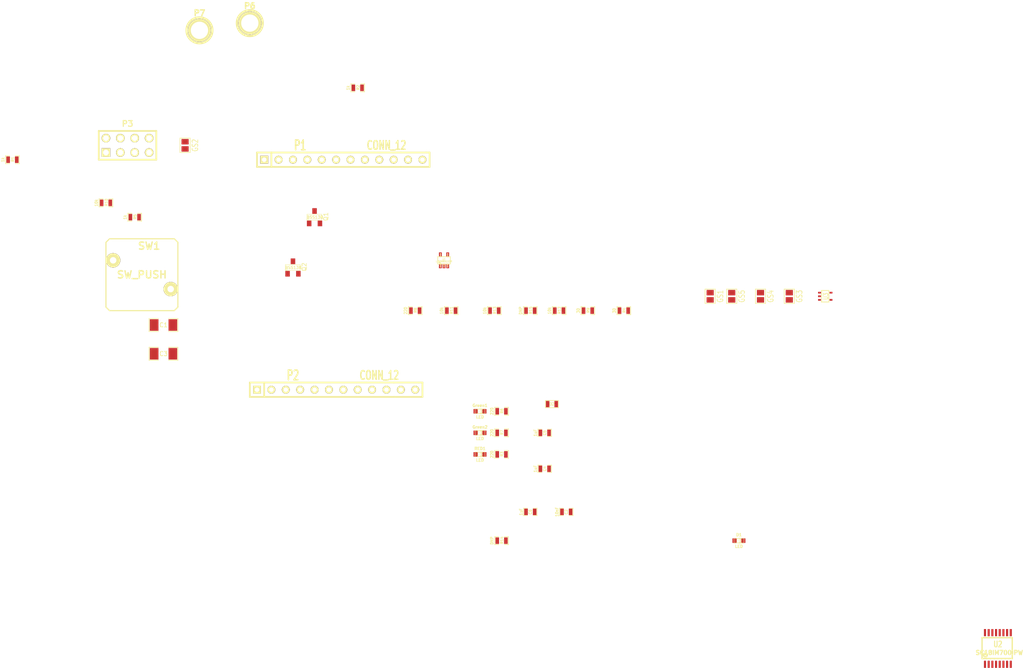
<source format=kicad_pcb>
(kicad_pcb (version 3) (host pcbnew "(2013-07-07 BZR 4022)-stable")

  (general
    (links 73)
    (no_connects 73)
    (area 0 0 0 0)
    (thickness 1.6)
    (drawings 0)
    (tracks 0)
    (zones 0)
    (modules 42)
    (nets 49)
  )

  (page A3)
  (layers
    (15 F.Cu signal)
    (0 B.Cu signal)
    (16 B.Adhes user)
    (17 F.Adhes user)
    (18 B.Paste user)
    (19 F.Paste user)
    (20 B.SilkS user)
    (21 F.SilkS user)
    (22 B.Mask user)
    (23 F.Mask user)
    (24 Dwgs.User user)
    (25 Cmts.User user)
    (26 Eco1.User user)
    (27 Eco2.User user)
    (28 Edge.Cuts user)
  )

  (setup
    (last_trace_width 0.254)
    (trace_clearance 0.254)
    (zone_clearance 0.508)
    (zone_45_only no)
    (trace_min 0.254)
    (segment_width 0.2)
    (edge_width 0.1)
    (via_size 0.889)
    (via_drill 0.635)
    (via_min_size 0.889)
    (via_min_drill 0.508)
    (uvia_size 0.508)
    (uvia_drill 0.127)
    (uvias_allowed no)
    (uvia_min_size 0.508)
    (uvia_min_drill 0.127)
    (pcb_text_width 0.3)
    (pcb_text_size 1.5 1.5)
    (mod_edge_width 0.15)
    (mod_text_size 1 1)
    (mod_text_width 0.15)
    (pad_size 1.5 1.5)
    (pad_drill 0.6)
    (pad_to_mask_clearance 0)
    (aux_axis_origin 0 0)
    (visible_elements FFFFFBBF)
    (pcbplotparams
      (layerselection 3178497)
      (usegerberextensions true)
      (excludeedgelayer true)
      (linewidth 0.150000)
      (plotframeref false)
      (viasonmask false)
      (mode 1)
      (useauxorigin false)
      (hpglpennumber 1)
      (hpglpenspeed 20)
      (hpglpendiameter 15)
      (hpglpenoverlay 2)
      (psnegative false)
      (psa4output false)
      (plotreference true)
      (plotvalue true)
      (plotothertext true)
      (plotinvisibletext false)
      (padsonsilk false)
      (subtractmaskfromsilk false)
      (outputformat 1)
      (mirror false)
      (drillshape 1)
      (scaleselection 1)
      (outputdirectory ""))
  )

  (net 0 "")
  (net 1 +3.3V)
  (net 2 //CTS)
  (net 3 //DTR)
  (net 4 //RST)
  (net 5 //RTS)
  (net 6 /AD0)
  (net 7 /AD1)
  (net 8 /AD2)
  (net 9 /AD3)
  (net 10 /AD4)
  (net 11 /AD5)
  (net 12 /CTS)
  (net 13 /CTSO)
  (net 14 /DO8)
  (net 15 /DTR)
  (net 16 /GPIO0)
  (net 17 /GPIO1)
  (net 18 /GPIO2)
  (net 19 /GPIO3)
  (net 20 /GPIO4)
  (net 21 /GPIO5)
  (net 22 /GPIO6)
  (net 23 /I2CREST)
  (net 24 /ON)
  (net 25 /PWM1)
  (net 26 /RSSI)
  (net 27 /RxI)
  (net 28 /RxI2C)
  (net 29 /RxXB)
  (net 30 /SCL)
  (net 31 /SDA)
  (net 32 /Tx)
  (net 33 /TxI2C)
  (net 34 /TxO)
  (net 35 /TxXB)
  (net 36 /Vref)
  (net 37 /WAKE)
  (net 38 GND)
  (net 39 N-0000011)
  (net 40 N-0000048)
  (net 41 N-0000049)
  (net 42 N-0000051)
  (net 43 N-0000052)
  (net 44 N-0000055)
  (net 45 N-0000056)
  (net 46 N-0000057)
  (net 47 N-0000058)
  (net 48 VCC)

  (net_class Default "This is the default net class."
    (clearance 0.254)
    (trace_width 0.254)
    (via_dia 0.889)
    (via_drill 0.635)
    (uvia_dia 0.508)
    (uvia_drill 0.127)
    (add_net "")
    (add_net +3.3V)
    (add_net //CTS)
    (add_net //DTR)
    (add_net //RST)
    (add_net //RTS)
    (add_net /AD0)
    (add_net /AD1)
    (add_net /AD2)
    (add_net /AD3)
    (add_net /AD4)
    (add_net /AD5)
    (add_net /CTS)
    (add_net /CTSO)
    (add_net /DO8)
    (add_net /DTR)
    (add_net /GPIO0)
    (add_net /GPIO1)
    (add_net /GPIO2)
    (add_net /GPIO3)
    (add_net /GPIO4)
    (add_net /GPIO5)
    (add_net /GPIO6)
    (add_net /I2CREST)
    (add_net /ON)
    (add_net /PWM1)
    (add_net /RSSI)
    (add_net /RxI)
    (add_net /RxI2C)
    (add_net /RxXB)
    (add_net /SCL)
    (add_net /SDA)
    (add_net /Tx)
    (add_net /TxI2C)
    (add_net /TxO)
    (add_net /TxXB)
    (add_net /Vref)
    (add_net /WAKE)
    (add_net GND)
    (add_net N-0000011)
    (add_net N-0000048)
    (add_net N-0000049)
    (add_net N-0000051)
    (add_net N-0000052)
    (add_net N-0000055)
    (add_net N-0000056)
    (add_net N-0000057)
    (add_net N-0000058)
    (add_net VCC)
  )

  (module SW_PUSH (layer F.Cu) (tedit 3F9504DA) (tstamp 53F04168)
    (at -38.1 -2.54)
    (descr "Bouton poussoir")
    (tags "SWITCH DEV")
    (path /53EFD3C7)
    (autoplace_cost180 10)
    (fp_text reference SW1 (at 1.27 -5.08) (layer F.SilkS)
      (effects (font (size 1.27 1.27) (thickness 0.254)))
    )
    (fp_text value SW_PUSH (at 0 0) (layer F.SilkS)
      (effects (font (size 1.27 1.27) (thickness 0.254)))
    )
    (fp_line (start 6.35 -5.715) (end 6.35 5.715) (layer F.SilkS) (width 0.2032))
    (fp_line (start 6.35 5.715) (end 5.715 6.35) (layer F.SilkS) (width 0.2032))
    (fp_line (start 5.715 6.35) (end -5.715 6.35) (layer F.SilkS) (width 0.2032))
    (fp_line (start -5.715 6.35) (end -6.35 5.715) (layer F.SilkS) (width 0.2032))
    (fp_line (start -6.35 5.715) (end -6.35 -5.715) (layer F.SilkS) (width 0.2032))
    (fp_line (start -5.715 -6.35) (end 5.715 -6.35) (layer F.SilkS) (width 0.2032))
    (fp_line (start 5.715 -6.35) (end 6.35 -5.715) (layer F.SilkS) (width 0.2032))
    (fp_line (start -6.35 -5.715) (end -5.715 -6.35) (layer F.SilkS) (width 0.2032))
    (pad 1 thru_hole circle (at -5.08 -2.54) (size 2.54 2.54) (drill 1.143)
      (layers *.Cu *.Mask F.SilkS)
      (net 23 /I2CREST)
    )
    (pad 2 thru_hole circle (at 5.08 2.54) (size 2.54 2.54) (drill 1.143)
      (layers *.Cu *.Mask F.SilkS)
      (net 38 GND)
    )
    (model device/switch_push.wrl
      (at (xyz 0 0 0))
      (scale (xyz 1 1 1))
      (rotate (xyz 0 0 0))
    )
  )

  (module SM1206 (layer F.Cu) (tedit 42806E24) (tstamp 53F04174)
    (at -34.29 11.43)
    (path /53E84B29)
    (attr smd)
    (fp_text reference C3 (at 0 0) (layer F.SilkS)
      (effects (font (size 0.762 0.762) (thickness 0.127)))
    )
    (fp_text value 10uF (at 0 0) (layer F.SilkS) hide
      (effects (font (size 0.762 0.762) (thickness 0.127)))
    )
    (fp_line (start -2.54 -1.143) (end -2.54 1.143) (layer F.SilkS) (width 0.127))
    (fp_line (start -2.54 1.143) (end -0.889 1.143) (layer F.SilkS) (width 0.127))
    (fp_line (start 0.889 -1.143) (end 2.54 -1.143) (layer F.SilkS) (width 0.127))
    (fp_line (start 2.54 -1.143) (end 2.54 1.143) (layer F.SilkS) (width 0.127))
    (fp_line (start 2.54 1.143) (end 0.889 1.143) (layer F.SilkS) (width 0.127))
    (fp_line (start -0.889 -1.143) (end -2.54 -1.143) (layer F.SilkS) (width 0.127))
    (pad 1 smd rect (at -1.651 0) (size 1.524 2.032)
      (layers F.Cu F.Paste F.Mask)
    )
    (pad 2 smd rect (at 1.651 0) (size 1.524 2.032)
      (layers F.Cu F.Paste F.Mask)
      (net 38 GND)
    )
    (model smd/chip_cms.wrl
      (at (xyz 0 0 0))
      (scale (xyz 0.17 0.16 0.16))
      (rotate (xyz 0 0 0))
    )
  )

  (module SM1206 (layer F.Cu) (tedit 42806E24) (tstamp 53F04180)
    (at -34.29 6.35)
    (path /53E84BAF)
    (attr smd)
    (fp_text reference C1 (at 0 0) (layer F.SilkS)
      (effects (font (size 0.762 0.762) (thickness 0.127)))
    )
    (fp_text value 10uF (at 0 0) (layer F.SilkS) hide
      (effects (font (size 0.762 0.762) (thickness 0.127)))
    )
    (fp_line (start -2.54 -1.143) (end -2.54 1.143) (layer F.SilkS) (width 0.127))
    (fp_line (start -2.54 1.143) (end -0.889 1.143) (layer F.SilkS) (width 0.127))
    (fp_line (start 0.889 -1.143) (end 2.54 -1.143) (layer F.SilkS) (width 0.127))
    (fp_line (start 2.54 -1.143) (end 2.54 1.143) (layer F.SilkS) (width 0.127))
    (fp_line (start 2.54 1.143) (end 0.889 1.143) (layer F.SilkS) (width 0.127))
    (fp_line (start -0.889 -1.143) (end -2.54 -1.143) (layer F.SilkS) (width 0.127))
    (pad 1 smd rect (at -1.651 0) (size 1.524 2.032)
      (layers F.Cu F.Paste F.Mask)
      (net 48 VCC)
    )
    (pad 2 smd rect (at 1.651 0) (size 1.524 2.032)
      (layers F.Cu F.Paste F.Mask)
      (net 38 GND)
    )
    (model smd/chip_cms.wrl
      (at (xyz 0 0 0))
      (scale (xyz 0.17 0.16 0.16))
      (rotate (xyz 0 0 0))
    )
  )

  (module SM0603_Resistor (layer F.Cu) (tedit 5051B21B) (tstamp 53F0418C)
    (at -44.45 -15.24)
    (path /53EFB176)
    (attr smd)
    (fp_text reference R10 (at 0.0635 -0.0635 90) (layer F.SilkS)
      (effects (font (size 0.50038 0.4572) (thickness 0.1143)))
    )
    (fp_text value 10k (at -1.69926 0 90) (layer F.SilkS)
      (effects (font (size 0.508 0.4572) (thickness 0.1143)))
    )
    (fp_line (start -0.50038 -0.6985) (end -1.2065 -0.6985) (layer F.SilkS) (width 0.127))
    (fp_line (start -1.2065 -0.6985) (end -1.2065 0.6985) (layer F.SilkS) (width 0.127))
    (fp_line (start -1.2065 0.6985) (end -0.50038 0.6985) (layer F.SilkS) (width 0.127))
    (fp_line (start 1.2065 -0.6985) (end 0.50038 -0.6985) (layer F.SilkS) (width 0.127))
    (fp_line (start 1.2065 -0.6985) (end 1.2065 0.6985) (layer F.SilkS) (width 0.127))
    (fp_line (start 1.2065 0.6985) (end 0.50038 0.6985) (layer F.SilkS) (width 0.127))
    (pad 1 smd rect (at -0.762 0) (size 0.635 1.143)
      (layers F.Cu F.Paste F.Mask)
      (net 1 +3.3V)
    )
    (pad 2 smd rect (at 0.762 0) (size 0.635 1.143)
      (layers F.Cu F.Paste F.Mask)
    )
    (model smd\resistors\R0603.wrl
      (at (xyz 0 0 0.001))
      (scale (xyz 0.5 0.5 0.5))
      (rotate (xyz 0 0 0))
    )
  )

  (module SM0603_Resistor (layer F.Cu) (tedit 5051B21B) (tstamp 53F04198)
    (at 25.4 25.4)
    (path /53EAFC10)
    (attr smd)
    (fp_text reference R7 (at 0.0635 -0.0635 90) (layer F.SilkS)
      (effects (font (size 0.50038 0.4572) (thickness 0.1143)))
    )
    (fp_text value 220 (at -1.69926 0 90) (layer F.SilkS)
      (effects (font (size 0.508 0.4572) (thickness 0.1143)))
    )
    (fp_line (start -0.50038 -0.6985) (end -1.2065 -0.6985) (layer F.SilkS) (width 0.127))
    (fp_line (start -1.2065 -0.6985) (end -1.2065 0.6985) (layer F.SilkS) (width 0.127))
    (fp_line (start -1.2065 0.6985) (end -0.50038 0.6985) (layer F.SilkS) (width 0.127))
    (fp_line (start 1.2065 -0.6985) (end 0.50038 -0.6985) (layer F.SilkS) (width 0.127))
    (fp_line (start 1.2065 -0.6985) (end 1.2065 0.6985) (layer F.SilkS) (width 0.127))
    (fp_line (start 1.2065 0.6985) (end 0.50038 0.6985) (layer F.SilkS) (width 0.127))
    (pad 1 smd rect (at -0.762 0) (size 0.635 1.143)
      (layers F.Cu F.Paste F.Mask)
      (net 46 N-0000057)
    )
    (pad 2 smd rect (at 0.762 0) (size 0.635 1.143)
      (layers F.Cu F.Paste F.Mask)
      (net 33 /TxI2C)
    )
    (model smd\resistors\R0603.wrl
      (at (xyz 0 0 0.001))
      (scale (xyz 0.5 0.5 0.5))
      (rotate (xyz 0 0 0))
    )
  )

  (module SM0603_Resistor (layer F.Cu) (tedit 5051B21B) (tstamp 53F041A4)
    (at -60.96 -22.86)
    (path /53EB8196)
    (attr smd)
    (fp_text reference R1 (at 0.0635 -0.0635 90) (layer F.SilkS)
      (effects (font (size 0.50038 0.4572) (thickness 0.1143)))
    )
    (fp_text value 1k (at -1.69926 0 90) (layer F.SilkS)
      (effects (font (size 0.508 0.4572) (thickness 0.1143)))
    )
    (fp_line (start -0.50038 -0.6985) (end -1.2065 -0.6985) (layer F.SilkS) (width 0.127))
    (fp_line (start -1.2065 -0.6985) (end -1.2065 0.6985) (layer F.SilkS) (width 0.127))
    (fp_line (start -1.2065 0.6985) (end -0.50038 0.6985) (layer F.SilkS) (width 0.127))
    (fp_line (start 1.2065 -0.6985) (end 0.50038 -0.6985) (layer F.SilkS) (width 0.127))
    (fp_line (start 1.2065 -0.6985) (end 1.2065 0.6985) (layer F.SilkS) (width 0.127))
    (fp_line (start 1.2065 0.6985) (end 0.50038 0.6985) (layer F.SilkS) (width 0.127))
    (pad 1 smd rect (at -0.762 0) (size 0.635 1.143)
      (layers F.Cu F.Paste F.Mask)
    )
    (pad 2 smd rect (at 0.762 0) (size 0.635 1.143)
      (layers F.Cu F.Paste F.Mask)
      (net 31 /SDA)
    )
    (model smd\resistors\R0603.wrl
      (at (xyz 0 0 0.001))
      (scale (xyz 0.5 0.5 0.5))
      (rotate (xyz 0 0 0))
    )
  )

  (module SM0603_Resistor (layer F.Cu) (tedit 5051B21B) (tstamp 53F041B0)
    (at 0 -35.56)
    (path /53EB81A5)
    (attr smd)
    (fp_text reference R2 (at 0.0635 -0.0635 90) (layer F.SilkS)
      (effects (font (size 0.50038 0.4572) (thickness 0.1143)))
    )
    (fp_text value 1k (at -1.69926 0 90) (layer F.SilkS)
      (effects (font (size 0.508 0.4572) (thickness 0.1143)))
    )
    (fp_line (start -0.50038 -0.6985) (end -1.2065 -0.6985) (layer F.SilkS) (width 0.127))
    (fp_line (start -1.2065 -0.6985) (end -1.2065 0.6985) (layer F.SilkS) (width 0.127))
    (fp_line (start -1.2065 0.6985) (end -0.50038 0.6985) (layer F.SilkS) (width 0.127))
    (fp_line (start 1.2065 -0.6985) (end 0.50038 -0.6985) (layer F.SilkS) (width 0.127))
    (fp_line (start 1.2065 -0.6985) (end 1.2065 0.6985) (layer F.SilkS) (width 0.127))
    (fp_line (start 1.2065 0.6985) (end 0.50038 0.6985) (layer F.SilkS) (width 0.127))
    (pad 1 smd rect (at -0.762 0) (size 0.635 1.143)
      (layers F.Cu F.Paste F.Mask)
    )
    (pad 2 smd rect (at 0.762 0) (size 0.635 1.143)
      (layers F.Cu F.Paste F.Mask)
      (net 30 /SCL)
    )
    (model smd\resistors\R0603.wrl
      (at (xyz 0 0 0.001))
      (scale (xyz 0.5 0.5 0.5))
      (rotate (xyz 0 0 0))
    )
  )

  (module SM0603_Resistor (layer F.Cu) (tedit 5051B21B) (tstamp 53F041BC)
    (at 25.4 44.45)
    (path /53EB8DA3)
    (attr smd)
    (fp_text reference R14 (at 0.0635 -0.0635 90) (layer F.SilkS)
      (effects (font (size 0.50038 0.4572) (thickness 0.1143)))
    )
    (fp_text value DNP (at -1.69926 0 90) (layer F.SilkS)
      (effects (font (size 0.508 0.4572) (thickness 0.1143)))
    )
    (fp_line (start -0.50038 -0.6985) (end -1.2065 -0.6985) (layer F.SilkS) (width 0.127))
    (fp_line (start -1.2065 -0.6985) (end -1.2065 0.6985) (layer F.SilkS) (width 0.127))
    (fp_line (start -1.2065 0.6985) (end -0.50038 0.6985) (layer F.SilkS) (width 0.127))
    (fp_line (start 1.2065 -0.6985) (end 0.50038 -0.6985) (layer F.SilkS) (width 0.127))
    (fp_line (start 1.2065 -0.6985) (end 1.2065 0.6985) (layer F.SilkS) (width 0.127))
    (fp_line (start 1.2065 0.6985) (end 0.50038 0.6985) (layer F.SilkS) (width 0.127))
    (pad 1 smd rect (at -0.762 0) (size 0.635 1.143)
      (layers F.Cu F.Paste F.Mask)
      (net 1 +3.3V)
    )
    (pad 2 smd rect (at 0.762 0) (size 0.635 1.143)
      (layers F.Cu F.Paste F.Mask)
      (net 36 /Vref)
    )
    (model smd\resistors\R0603.wrl
      (at (xyz 0 0 0.001))
      (scale (xyz 0.5 0.5 0.5))
      (rotate (xyz 0 0 0))
    )
  )

  (module SM0603_Resistor (layer F.Cu) (tedit 5051B21B) (tstamp 53F041C8)
    (at 10.16 3.81)
    (path /53EB9588)
    (attr smd)
    (fp_text reference R8 (at 0.0635 -0.0635 90) (layer F.SilkS)
      (effects (font (size 0.50038 0.4572) (thickness 0.1143)))
    )
    (fp_text value 220 (at -1.69926 0 90) (layer F.SilkS)
      (effects (font (size 0.508 0.4572) (thickness 0.1143)))
    )
    (fp_line (start -0.50038 -0.6985) (end -1.2065 -0.6985) (layer F.SilkS) (width 0.127))
    (fp_line (start -1.2065 -0.6985) (end -1.2065 0.6985) (layer F.SilkS) (width 0.127))
    (fp_line (start -1.2065 0.6985) (end -0.50038 0.6985) (layer F.SilkS) (width 0.127))
    (fp_line (start 1.2065 -0.6985) (end 0.50038 -0.6985) (layer F.SilkS) (width 0.127))
    (fp_line (start 1.2065 -0.6985) (end 1.2065 0.6985) (layer F.SilkS) (width 0.127))
    (fp_line (start 1.2065 0.6985) (end 0.50038 0.6985) (layer F.SilkS) (width 0.127))
    (pad 1 smd rect (at -0.762 0) (size 0.635 1.143)
      (layers F.Cu F.Paste F.Mask)
      (net 43 N-0000052)
    )
    (pad 2 smd rect (at 0.762 0) (size 0.635 1.143)
      (layers F.Cu F.Paste F.Mask)
      (net 38 GND)
    )
    (model smd\resistors\R0603.wrl
      (at (xyz 0 0 0.001))
      (scale (xyz 0.5 0.5 0.5))
      (rotate (xyz 0 0 0))
    )
  )

  (module SM0603_Resistor (layer F.Cu) (tedit 5051B21B) (tstamp 53F041D4)
    (at 16.51 3.81)
    (path /53EFB110)
    (attr smd)
    (fp_text reference R11 (at 0.0635 -0.0635 90) (layer F.SilkS)
      (effects (font (size 0.50038 0.4572) (thickness 0.1143)))
    )
    (fp_text value 10k (at -1.69926 0 90) (layer F.SilkS)
      (effects (font (size 0.508 0.4572) (thickness 0.1143)))
    )
    (fp_line (start -0.50038 -0.6985) (end -1.2065 -0.6985) (layer F.SilkS) (width 0.127))
    (fp_line (start -1.2065 -0.6985) (end -1.2065 0.6985) (layer F.SilkS) (width 0.127))
    (fp_line (start -1.2065 0.6985) (end -0.50038 0.6985) (layer F.SilkS) (width 0.127))
    (fp_line (start 1.2065 -0.6985) (end 0.50038 -0.6985) (layer F.SilkS) (width 0.127))
    (fp_line (start 1.2065 -0.6985) (end 1.2065 0.6985) (layer F.SilkS) (width 0.127))
    (fp_line (start 1.2065 0.6985) (end 0.50038 0.6985) (layer F.SilkS) (width 0.127))
    (pad 1 smd rect (at -0.762 0) (size 0.635 1.143)
      (layers F.Cu F.Paste F.Mask)
      (net 48 VCC)
    )
    (pad 2 smd rect (at 0.762 0) (size 0.635 1.143)
      (layers F.Cu F.Paste F.Mask)
    )
    (model smd\resistors\R0603.wrl
      (at (xyz 0 0 0.001))
      (scale (xyz 0.5 0.5 0.5))
      (rotate (xyz 0 0 0))
    )
  )

  (module SM0603_Resistor (layer F.Cu) (tedit 5051B21B) (tstamp 53F041E0)
    (at 30.48 3.81)
    (path /53EB8EE5)
    (attr smd)
    (fp_text reference R15 (at 0.0635 -0.0635 90) (layer F.SilkS)
      (effects (font (size 0.50038 0.4572) (thickness 0.1143)))
    )
    (fp_text value DNP (at -1.69926 0 90) (layer F.SilkS)
      (effects (font (size 0.508 0.4572) (thickness 0.1143)))
    )
    (fp_line (start -0.50038 -0.6985) (end -1.2065 -0.6985) (layer F.SilkS) (width 0.127))
    (fp_line (start -1.2065 -0.6985) (end -1.2065 0.6985) (layer F.SilkS) (width 0.127))
    (fp_line (start -1.2065 0.6985) (end -0.50038 0.6985) (layer F.SilkS) (width 0.127))
    (fp_line (start 1.2065 -0.6985) (end 0.50038 -0.6985) (layer F.SilkS) (width 0.127))
    (fp_line (start 1.2065 -0.6985) (end 1.2065 0.6985) (layer F.SilkS) (width 0.127))
    (fp_line (start 1.2065 0.6985) (end 0.50038 0.6985) (layer F.SilkS) (width 0.127))
    (pad 1 smd rect (at -0.762 0) (size 0.635 1.143)
      (layers F.Cu F.Paste F.Mask)
      (net 36 /Vref)
    )
    (pad 2 smd rect (at 0.762 0) (size 0.635 1.143)
      (layers F.Cu F.Paste F.Mask)
      (net 38 GND)
    )
    (model smd\resistors\R0603.wrl
      (at (xyz 0 0 0.001))
      (scale (xyz 0.5 0.5 0.5))
      (rotate (xyz 0 0 0))
    )
  )

  (module SM0603_Resistor (layer F.Cu) (tedit 5051B21B) (tstamp 53F041EC)
    (at 24.13 3.81)
    (path /53EFC3A3)
    (attr smd)
    (fp_text reference R13 (at 0.0635 -0.0635 90) (layer F.SilkS)
      (effects (font (size 0.50038 0.4572) (thickness 0.1143)))
    )
    (fp_text value 10k (at -1.69926 0 90) (layer F.SilkS)
      (effects (font (size 0.508 0.4572) (thickness 0.1143)))
    )
    (fp_line (start -0.50038 -0.6985) (end -1.2065 -0.6985) (layer F.SilkS) (width 0.127))
    (fp_line (start -1.2065 -0.6985) (end -1.2065 0.6985) (layer F.SilkS) (width 0.127))
    (fp_line (start -1.2065 0.6985) (end -0.50038 0.6985) (layer F.SilkS) (width 0.127))
    (fp_line (start 1.2065 -0.6985) (end 0.50038 -0.6985) (layer F.SilkS) (width 0.127))
    (fp_line (start 1.2065 -0.6985) (end 1.2065 0.6985) (layer F.SilkS) (width 0.127))
    (fp_line (start 1.2065 0.6985) (end 0.50038 0.6985) (layer F.SilkS) (width 0.127))
    (pad 1 smd rect (at -0.762 0) (size 0.635 1.143)
      (layers F.Cu F.Paste F.Mask)
      (net 48 VCC)
    )
    (pad 2 smd rect (at 0.762 0) (size 0.635 1.143)
      (layers F.Cu F.Paste F.Mask)
    )
    (model smd\resistors\R0603.wrl
      (at (xyz 0 0 0.001))
      (scale (xyz 0.5 0.5 0.5))
      (rotate (xyz 0 0 0))
    )
  )

  (module SM0603_Resistor (layer F.Cu) (tedit 5051B21B) (tstamp 53F041F8)
    (at 35.56 3.81)
    (path /53EFC3AA)
    (attr smd)
    (fp_text reference R12 (at 0.0635 -0.0635 90) (layer F.SilkS)
      (effects (font (size 0.50038 0.4572) (thickness 0.1143)))
    )
    (fp_text value 10k (at -1.69926 0 90) (layer F.SilkS)
      (effects (font (size 0.508 0.4572) (thickness 0.1143)))
    )
    (fp_line (start -0.50038 -0.6985) (end -1.2065 -0.6985) (layer F.SilkS) (width 0.127))
    (fp_line (start -1.2065 -0.6985) (end -1.2065 0.6985) (layer F.SilkS) (width 0.127))
    (fp_line (start -1.2065 0.6985) (end -0.50038 0.6985) (layer F.SilkS) (width 0.127))
    (fp_line (start 1.2065 -0.6985) (end 0.50038 -0.6985) (layer F.SilkS) (width 0.127))
    (fp_line (start 1.2065 -0.6985) (end 1.2065 0.6985) (layer F.SilkS) (width 0.127))
    (fp_line (start 1.2065 0.6985) (end 0.50038 0.6985) (layer F.SilkS) (width 0.127))
    (pad 1 smd rect (at -0.762 0) (size 0.635 1.143)
      (layers F.Cu F.Paste F.Mask)
      (net 1 +3.3V)
    )
    (pad 2 smd rect (at 0.762 0) (size 0.635 1.143)
      (layers F.Cu F.Paste F.Mask)
    )
    (model smd\resistors\R0603.wrl
      (at (xyz 0 0 0.001))
      (scale (xyz 0.5 0.5 0.5))
      (rotate (xyz 0 0 0))
    )
  )

  (module SM0603_Resistor (layer F.Cu) (tedit 5051B21B) (tstamp 53F04204)
    (at 25.4 21.59)
    (path /53EAFBFE)
    (attr smd)
    (fp_text reference R6 (at 0.0635 -0.0635 90) (layer F.SilkS)
      (effects (font (size 0.50038 0.4572) (thickness 0.1143)))
    )
    (fp_text value 220 (at -1.69926 0 90) (layer F.SilkS)
      (effects (font (size 0.508 0.4572) (thickness 0.1143)))
    )
    (fp_line (start -0.50038 -0.6985) (end -1.2065 -0.6985) (layer F.SilkS) (width 0.127))
    (fp_line (start -1.2065 -0.6985) (end -1.2065 0.6985) (layer F.SilkS) (width 0.127))
    (fp_line (start -1.2065 0.6985) (end -0.50038 0.6985) (layer F.SilkS) (width 0.127))
    (fp_line (start 1.2065 -0.6985) (end 0.50038 -0.6985) (layer F.SilkS) (width 0.127))
    (fp_line (start 1.2065 -0.6985) (end 1.2065 0.6985) (layer F.SilkS) (width 0.127))
    (fp_line (start 1.2065 0.6985) (end 0.50038 0.6985) (layer F.SilkS) (width 0.127))
    (pad 1 smd rect (at -0.762 0) (size 0.635 1.143)
      (layers F.Cu F.Paste F.Mask)
      (net 47 N-0000058)
    )
    (pad 2 smd rect (at 0.762 0) (size 0.635 1.143)
      (layers F.Cu F.Paste F.Mask)
      (net 28 /RxI2C)
    )
    (model smd\resistors\R0603.wrl
      (at (xyz 0 0 0.001))
      (scale (xyz 0.5 0.5 0.5))
      (rotate (xyz 0 0 0))
    )
  )

  (module SM0603_Resistor (layer F.Cu) (tedit 5051B21B) (tstamp 53F04210)
    (at 40.64 3.81)
    (path /53EAF314)
    (attr smd)
    (fp_text reference R9 (at 0.0635 -0.0635 90) (layer F.SilkS)
      (effects (font (size 0.50038 0.4572) (thickness 0.1143)))
    )
    (fp_text value 30 (at -1.69926 0 90) (layer F.SilkS)
      (effects (font (size 0.508 0.4572) (thickness 0.1143)))
    )
    (fp_line (start -0.50038 -0.6985) (end -1.2065 -0.6985) (layer F.SilkS) (width 0.127))
    (fp_line (start -1.2065 -0.6985) (end -1.2065 0.6985) (layer F.SilkS) (width 0.127))
    (fp_line (start -1.2065 0.6985) (end -0.50038 0.6985) (layer F.SilkS) (width 0.127))
    (fp_line (start 1.2065 -0.6985) (end 0.50038 -0.6985) (layer F.SilkS) (width 0.127))
    (fp_line (start 1.2065 -0.6985) (end 1.2065 0.6985) (layer F.SilkS) (width 0.127))
    (fp_line (start 1.2065 0.6985) (end 0.50038 0.6985) (layer F.SilkS) (width 0.127))
    (pad 1 smd rect (at -0.762 0) (size 0.635 1.143)
      (layers F.Cu F.Paste F.Mask)
      (net 29 /RxXB)
    )
    (pad 2 smd rect (at 0.762 0) (size 0.635 1.143)
      (layers F.Cu F.Paste F.Mask)
      (net 40 N-0000048)
    )
    (model smd\resistors\R0603.wrl
      (at (xyz 0 0 0.001))
      (scale (xyz 0.5 0.5 0.5))
      (rotate (xyz 0 0 0))
    )
  )

  (module SM0603_Resistor (layer F.Cu) (tedit 5051B21B) (tstamp 53F0421C)
    (at 46.99 3.81)
    (path /53EAF295)
    (attr smd)
    (fp_text reference R4 (at 0.0635 -0.0635 90) (layer F.SilkS)
      (effects (font (size 0.50038 0.4572) (thickness 0.1143)))
    )
    (fp_text value 30 (at -1.69926 0 90) (layer F.SilkS)
      (effects (font (size 0.508 0.4572) (thickness 0.1143)))
    )
    (fp_line (start -0.50038 -0.6985) (end -1.2065 -0.6985) (layer F.SilkS) (width 0.127))
    (fp_line (start -1.2065 -0.6985) (end -1.2065 0.6985) (layer F.SilkS) (width 0.127))
    (fp_line (start -1.2065 0.6985) (end -0.50038 0.6985) (layer F.SilkS) (width 0.127))
    (fp_line (start 1.2065 -0.6985) (end 0.50038 -0.6985) (layer F.SilkS) (width 0.127))
    (fp_line (start 1.2065 -0.6985) (end 1.2065 0.6985) (layer F.SilkS) (width 0.127))
    (fp_line (start 1.2065 0.6985) (end 0.50038 0.6985) (layer F.SilkS) (width 0.127))
    (pad 1 smd rect (at -0.762 0) (size 0.635 1.143)
      (layers F.Cu F.Paste F.Mask)
      (net 45 N-0000056)
    )
    (pad 2 smd rect (at 0.762 0) (size 0.635 1.143)
      (layers F.Cu F.Paste F.Mask)
      (net 28 /RxI2C)
    )
    (model smd\resistors\R0603.wrl
      (at (xyz 0 0 0.001))
      (scale (xyz 0.5 0.5 0.5))
      (rotate (xyz 0 0 0))
    )
  )

  (module SM0603_Resistor (layer F.Cu) (tedit 5051B21B) (tstamp 53F04228)
    (at 25.4 29.21)
    (path /53EAF212)
    (attr smd)
    (fp_text reference R3 (at 0.0635 -0.0635 90) (layer F.SilkS)
      (effects (font (size 0.50038 0.4572) (thickness 0.1143)))
    )
    (fp_text value 220 (at -1.69926 0 90) (layer F.SilkS)
      (effects (font (size 0.508 0.4572) (thickness 0.1143)))
    )
    (fp_line (start -0.50038 -0.6985) (end -1.2065 -0.6985) (layer F.SilkS) (width 0.127))
    (fp_line (start -1.2065 -0.6985) (end -1.2065 0.6985) (layer F.SilkS) (width 0.127))
    (fp_line (start -1.2065 0.6985) (end -0.50038 0.6985) (layer F.SilkS) (width 0.127))
    (fp_line (start 1.2065 -0.6985) (end 0.50038 -0.6985) (layer F.SilkS) (width 0.127))
    (fp_line (start 1.2065 -0.6985) (end 1.2065 0.6985) (layer F.SilkS) (width 0.127))
    (fp_line (start 1.2065 0.6985) (end 0.50038 0.6985) (layer F.SilkS) (width 0.127))
    (pad 1 smd rect (at -0.762 0) (size 0.635 1.143)
      (layers F.Cu F.Paste F.Mask)
      (net 44 N-0000055)
    )
    (pad 2 smd rect (at 0.762 0) (size 0.635 1.143)
      (layers F.Cu F.Paste F.Mask)
      (net 38 GND)
    )
    (model smd\resistors\R0603.wrl
      (at (xyz 0 0 0.001))
      (scale (xyz 0.5 0.5 0.5))
      (rotate (xyz 0 0 0))
    )
  )

  (module SM0603_Resistor (layer F.Cu) (tedit 5051B21B) (tstamp 53F04234)
    (at -39.37 -12.7)
    (path /53E86F23)
    (attr smd)
    (fp_text reference R5 (at 0.0635 -0.0635 90) (layer F.SilkS)
      (effects (font (size 0.50038 0.4572) (thickness 0.1143)))
    )
    (fp_text value 1k (at -1.69926 0 90) (layer F.SilkS)
      (effects (font (size 0.508 0.4572) (thickness 0.1143)))
    )
    (fp_line (start -0.50038 -0.6985) (end -1.2065 -0.6985) (layer F.SilkS) (width 0.127))
    (fp_line (start -1.2065 -0.6985) (end -1.2065 0.6985) (layer F.SilkS) (width 0.127))
    (fp_line (start -1.2065 0.6985) (end -0.50038 0.6985) (layer F.SilkS) (width 0.127))
    (fp_line (start 1.2065 -0.6985) (end 0.50038 -0.6985) (layer F.SilkS) (width 0.127))
    (fp_line (start 1.2065 -0.6985) (end 1.2065 0.6985) (layer F.SilkS) (width 0.127))
    (fp_line (start 1.2065 0.6985) (end 0.50038 0.6985) (layer F.SilkS) (width 0.127))
    (pad 1 smd rect (at -0.762 0) (size 0.635 1.143)
      (layers F.Cu F.Paste F.Mask)
      (net 1 +3.3V)
    )
    (pad 2 smd rect (at 0.762 0) (size 0.635 1.143)
      (layers F.Cu F.Paste F.Mask)
      (net 37 /WAKE)
    )
    (model smd\resistors\R0603.wrl
      (at (xyz 0 0 0.001))
      (scale (xyz 0.5 0.5 0.5))
      (rotate (xyz 0 0 0))
    )
  )

  (module SM0603_Capa (layer F.Cu) (tedit 5051B1EC) (tstamp 53F04240)
    (at 33.02 25.4)
    (path /53EFDCF2)
    (attr smd)
    (fp_text reference C5 (at 0 0 90) (layer F.SilkS)
      (effects (font (size 0.508 0.4572) (thickness 0.1143)))
    )
    (fp_text value 1uF (at -1.651 0 90) (layer F.SilkS)
      (effects (font (size 0.508 0.4572) (thickness 0.1143)))
    )
    (fp_line (start 0.50038 0.65024) (end 1.19888 0.65024) (layer F.SilkS) (width 0.11938))
    (fp_line (start -0.50038 0.65024) (end -1.19888 0.65024) (layer F.SilkS) (width 0.11938))
    (fp_line (start 0.50038 -0.65024) (end 1.19888 -0.65024) (layer F.SilkS) (width 0.11938))
    (fp_line (start -1.19888 -0.65024) (end -0.50038 -0.65024) (layer F.SilkS) (width 0.11938))
    (fp_line (start 1.19888 -0.635) (end 1.19888 0.635) (layer F.SilkS) (width 0.11938))
    (fp_line (start -1.19888 0.635) (end -1.19888 -0.635) (layer F.SilkS) (width 0.11938))
    (pad 1 smd rect (at -0.762 0) (size 0.635 1.143)
      (layers F.Cu F.Paste F.Mask)
      (net 1 +3.3V)
    )
    (pad 2 smd rect (at 0.762 0) (size 0.635 1.143)
      (layers F.Cu F.Paste F.Mask)
      (net 38 GND)
    )
    (model smd\capacitors\C0603.wrl
      (at (xyz 0 0 0.001))
      (scale (xyz 0.5 0.5 0.5))
      (rotate (xyz 0 0 0))
    )
  )

  (module SM0603_Capa (layer F.Cu) (tedit 5051B1EC) (tstamp 53F0424C)
    (at 33.02 31.75)
    (path /53E84B5D)
    (attr smd)
    (fp_text reference C4 (at 0 0 90) (layer F.SilkS)
      (effects (font (size 0.508 0.4572) (thickness 0.1143)))
    )
    (fp_text value 1uF (at -1.651 0 90) (layer F.SilkS)
      (effects (font (size 0.508 0.4572) (thickness 0.1143)))
    )
    (fp_line (start 0.50038 0.65024) (end 1.19888 0.65024) (layer F.SilkS) (width 0.11938))
    (fp_line (start -0.50038 0.65024) (end -1.19888 0.65024) (layer F.SilkS) (width 0.11938))
    (fp_line (start 0.50038 -0.65024) (end 1.19888 -0.65024) (layer F.SilkS) (width 0.11938))
    (fp_line (start -1.19888 -0.65024) (end -0.50038 -0.65024) (layer F.SilkS) (width 0.11938))
    (fp_line (start 1.19888 -0.635) (end 1.19888 0.635) (layer F.SilkS) (width 0.11938))
    (fp_line (start -1.19888 0.635) (end -1.19888 -0.635) (layer F.SilkS) (width 0.11938))
    (pad 1 smd rect (at -0.762 0) (size 0.635 1.143)
      (layers F.Cu F.Paste F.Mask)
      (net 1 +3.3V)
    )
    (pad 2 smd rect (at 0.762 0) (size 0.635 1.143)
      (layers F.Cu F.Paste F.Mask)
      (net 38 GND)
    )
    (model smd\capacitors\C0603.wrl
      (at (xyz 0 0 0.001))
      (scale (xyz 0.5 0.5 0.5))
      (rotate (xyz 0 0 0))
    )
  )

  (module SM0603_Capa (layer F.Cu) (tedit 5051B1EC) (tstamp 53F04258)
    (at 36.83 39.37)
    (path /53EE661E)
    (attr smd)
    (fp_text reference C2 (at 0 0 90) (layer F.SilkS)
      (effects (font (size 0.508 0.4572) (thickness 0.1143)))
    )
    (fp_text value 10nF (at -1.651 0 90) (layer F.SilkS)
      (effects (font (size 0.508 0.4572) (thickness 0.1143)))
    )
    (fp_line (start 0.50038 0.65024) (end 1.19888 0.65024) (layer F.SilkS) (width 0.11938))
    (fp_line (start -0.50038 0.65024) (end -1.19888 0.65024) (layer F.SilkS) (width 0.11938))
    (fp_line (start 0.50038 -0.65024) (end 1.19888 -0.65024) (layer F.SilkS) (width 0.11938))
    (fp_line (start -1.19888 -0.65024) (end -0.50038 -0.65024) (layer F.SilkS) (width 0.11938))
    (fp_line (start 1.19888 -0.635) (end 1.19888 0.635) (layer F.SilkS) (width 0.11938))
    (fp_line (start -1.19888 0.635) (end -1.19888 -0.635) (layer F.SilkS) (width 0.11938))
    (pad 1 smd rect (at -0.762 0) (size 0.635 1.143)
      (layers F.Cu F.Paste F.Mask)
      (net 42 N-0000051)
    )
    (pad 2 smd rect (at 0.762 0) (size 0.635 1.143)
      (layers F.Cu F.Paste F.Mask)
      (net 38 GND)
    )
    (model smd\capacitors\C0603.wrl
      (at (xyz 0 0 0.001))
      (scale (xyz 0.5 0.5 0.5))
      (rotate (xyz 0 0 0))
    )
  )

  (module SM0603_Capa (layer F.Cu) (tedit 5051B1EC) (tstamp 53F04264)
    (at 30.48 39.37)
    (path /53EB9A2B)
    (attr smd)
    (fp_text reference C6 (at 0 0 90) (layer F.SilkS)
      (effects (font (size 0.508 0.4572) (thickness 0.1143)))
    )
    (fp_text value 1uF (at -1.651 0 90) (layer F.SilkS)
      (effects (font (size 0.508 0.4572) (thickness 0.1143)))
    )
    (fp_line (start 0.50038 0.65024) (end 1.19888 0.65024) (layer F.SilkS) (width 0.11938))
    (fp_line (start -0.50038 0.65024) (end -1.19888 0.65024) (layer F.SilkS) (width 0.11938))
    (fp_line (start 0.50038 -0.65024) (end 1.19888 -0.65024) (layer F.SilkS) (width 0.11938))
    (fp_line (start -1.19888 -0.65024) (end -0.50038 -0.65024) (layer F.SilkS) (width 0.11938))
    (fp_line (start 1.19888 -0.635) (end 1.19888 0.635) (layer F.SilkS) (width 0.11938))
    (fp_line (start -1.19888 0.635) (end -1.19888 -0.635) (layer F.SilkS) (width 0.11938))
    (pad 1 smd rect (at -0.762 0) (size 0.635 1.143)
      (layers F.Cu F.Paste F.Mask)
      (net 1 +3.3V)
    )
    (pad 2 smd rect (at 0.762 0) (size 0.635 1.143)
      (layers F.Cu F.Paste F.Mask)
      (net 38 GND)
    )
    (model smd\capacitors\C0603.wrl
      (at (xyz 0 0 0.001))
      (scale (xyz 0.5 0.5 0.5))
      (rotate (xyz 0 0 0))
    )
  )

  (module SM0603 (layer F.Cu) (tedit 4E43A3D1) (tstamp 53F0426E)
    (at 34.29 20.32)
    (path /53E947BE)
    (attr smd)
    (fp_text reference D2 (at 0 0) (layer F.SilkS)
      (effects (font (size 0.508 0.4572) (thickness 0.1143)))
    )
    (fp_text value DIODE (at 0 0) (layer F.SilkS) hide
      (effects (font (size 0.508 0.4572) (thickness 0.1143)))
    )
    (fp_line (start -1.143 -0.635) (end 1.143 -0.635) (layer F.SilkS) (width 0.127))
    (fp_line (start 1.143 -0.635) (end 1.143 0.635) (layer F.SilkS) (width 0.127))
    (fp_line (start 1.143 0.635) (end -1.143 0.635) (layer F.SilkS) (width 0.127))
    (fp_line (start -1.143 0.635) (end -1.143 -0.635) (layer F.SilkS) (width 0.127))
    (pad 1 smd rect (at -0.762 0) (size 0.635 1.143)
      (layers F.Cu F.Paste F.Mask)
      (net 41 N-0000049)
    )
    (pad 2 smd rect (at 0.762 0) (size 0.635 1.143)
      (layers F.Cu F.Paste F.Mask)
      (net 48 VCC)
    )
    (model smd\resistors\R0603.wrl
      (at (xyz 0 0 0.001))
      (scale (xyz 0.5 0.5 0.5))
      (rotate (xyz 0 0 0))
    )
  )

  (module SIL-12 (layer F.Cu) (tedit 5031D9E1) (tstamp 53F04287)
    (at -2.54 -22.86)
    (descr "Connecteur 12 pins")
    (tags "CONN DEV")
    (path /53EFB71D)
    (fp_text reference P1 (at -7.62 -2.54) (layer F.SilkS)
      (effects (font (size 1.72974 1.08712) (thickness 0.3048)))
    )
    (fp_text value CONN_12 (at 7.62 -2.54) (layer F.SilkS)
      (effects (font (size 1.524 1.016) (thickness 0.3048)))
    )
    (fp_line (start -15.24 1.27) (end -15.24 1.27) (layer F.SilkS) (width 0.3048))
    (fp_line (start -15.24 1.27) (end -15.24 -1.27) (layer F.SilkS) (width 0.3048))
    (fp_line (start -15.24 -1.27) (end 10.16 -1.27) (layer F.SilkS) (width 0.3048))
    (fp_line (start 10.16 1.27) (end -15.24 1.27) (layer F.SilkS) (width 0.3048))
    (fp_line (start -12.7 1.27) (end -12.7 -1.27) (layer F.SilkS) (width 0.3048))
    (fp_line (start 10.16 -1.27) (end 14.605 -1.27) (layer F.SilkS) (width 0.3048))
    (fp_line (start 14.605 -1.27) (end 15.24 -1.27) (layer F.SilkS) (width 0.3048))
    (fp_line (start 15.24 -1.27) (end 15.24 1.27) (layer F.SilkS) (width 0.3048))
    (fp_line (start 15.24 1.27) (end 10.16 1.27) (layer F.SilkS) (width 0.3048))
    (pad 1 thru_hole rect (at -13.97 0) (size 1.397 1.397) (drill 0.8128)
      (layers *.Cu *.Mask F.SilkS)
      (net 30 /SCL)
    )
    (pad 2 thru_hole circle (at -11.43 0) (size 1.397 1.397) (drill 0.8128)
      (layers *.Cu *.Mask F.SilkS)
      (net 31 /SDA)
    )
    (pad 3 thru_hole circle (at -8.89 0) (size 1.397 1.397) (drill 0.8128)
      (layers *.Cu *.Mask F.SilkS)
      (net 23 /I2CREST)
    )
    (pad 4 thru_hole circle (at -6.35 0) (size 1.397 1.397) (drill 0.8128)
      (layers *.Cu *.Mask F.SilkS)
      (net 37 /WAKE)
    )
    (pad 5 thru_hole circle (at -3.81 0) (size 1.397 1.397) (drill 0.8128)
      (layers *.Cu *.Mask F.SilkS)
      (net 16 /GPIO0)
    )
    (pad 6 thru_hole circle (at -1.27 0) (size 1.397 1.397) (drill 0.8128)
      (layers *.Cu *.Mask F.SilkS)
      (net 17 /GPIO1)
    )
    (pad 7 thru_hole circle (at 1.27 0) (size 1.397 1.397) (drill 0.8128)
      (layers *.Cu *.Mask F.SilkS)
      (net 18 /GPIO2)
    )
    (pad 8 thru_hole circle (at 3.81 0) (size 1.397 1.397) (drill 0.8128)
      (layers *.Cu *.Mask F.SilkS)
      (net 19 /GPIO3)
    )
    (pad 9 thru_hole circle (at 6.35 0) (size 1.397 1.397) (drill 0.8128)
      (layers *.Cu *.Mask F.SilkS)
      (net 20 /GPIO4)
    )
    (pad 10 thru_hole circle (at 8.89 0) (size 1.397 1.397) (drill 0.8128)
      (layers *.Cu *.Mask F.SilkS)
      (net 21 /GPIO5)
    )
    (pad 11 thru_hole circle (at 11.43 0) (size 1.397 1.397) (drill 0.8128)
      (layers *.Cu *.Mask F.SilkS)
      (net 22 /GPIO6)
    )
    (pad 12 thru_hole circle (at 13.97 0) (size 1.397 1.397) (drill 0.8128)
      (layers *.Cu *.Mask F.SilkS)
    )
    (model pin_array\pins_array_12x1.wrl
      (at (xyz 0 0 0))
      (scale (xyz 1 1 1))
      (rotate (xyz 0 0 0))
    )
  )

  (module SIL-12 (layer F.Cu) (tedit 5031D9E1) (tstamp 53F042A0)
    (at -3.81 17.78)
    (descr "Connecteur 12 pins")
    (tags "CONN DEV")
    (path /53EFCA32)
    (fp_text reference P2 (at -7.62 -2.54) (layer F.SilkS)
      (effects (font (size 1.72974 1.08712) (thickness 0.3048)))
    )
    (fp_text value CONN_12 (at 7.62 -2.54) (layer F.SilkS)
      (effects (font (size 1.524 1.016) (thickness 0.3048)))
    )
    (fp_line (start -15.24 1.27) (end -15.24 1.27) (layer F.SilkS) (width 0.3048))
    (fp_line (start -15.24 1.27) (end -15.24 -1.27) (layer F.SilkS) (width 0.3048))
    (fp_line (start -15.24 -1.27) (end 10.16 -1.27) (layer F.SilkS) (width 0.3048))
    (fp_line (start 10.16 1.27) (end -15.24 1.27) (layer F.SilkS) (width 0.3048))
    (fp_line (start -12.7 1.27) (end -12.7 -1.27) (layer F.SilkS) (width 0.3048))
    (fp_line (start 10.16 -1.27) (end 14.605 -1.27) (layer F.SilkS) (width 0.3048))
    (fp_line (start 14.605 -1.27) (end 15.24 -1.27) (layer F.SilkS) (width 0.3048))
    (fp_line (start 15.24 -1.27) (end 15.24 1.27) (layer F.SilkS) (width 0.3048))
    (fp_line (start 15.24 1.27) (end 10.16 1.27) (layer F.SilkS) (width 0.3048))
    (pad 1 thru_hole rect (at -13.97 0) (size 1.397 1.397) (drill 0.8128)
      (layers *.Cu *.Mask F.SilkS)
      (net 6 /AD0)
    )
    (pad 2 thru_hole circle (at -11.43 0) (size 1.397 1.397) (drill 0.8128)
      (layers *.Cu *.Mask F.SilkS)
      (net 7 /AD1)
    )
    (pad 3 thru_hole circle (at -8.89 0) (size 1.397 1.397) (drill 0.8128)
      (layers *.Cu *.Mask F.SilkS)
      (net 8 /AD2)
    )
    (pad 4 thru_hole circle (at -6.35 0) (size 1.397 1.397) (drill 0.8128)
      (layers *.Cu *.Mask F.SilkS)
      (net 9 /AD3)
    )
    (pad 5 thru_hole circle (at -3.81 0) (size 1.397 1.397) (drill 0.8128)
      (layers *.Cu *.Mask F.SilkS)
      (net 10 /AD4)
    )
    (pad 6 thru_hole circle (at -1.27 0) (size 1.397 1.397) (drill 0.8128)
      (layers *.Cu *.Mask F.SilkS)
      (net 11 /AD5)
    )
    (pad 7 thru_hole circle (at 1.27 0) (size 1.397 1.397) (drill 0.8128)
      (layers *.Cu *.Mask F.SilkS)
      (net 5 //RTS)
    )
    (pad 8 thru_hole circle (at 3.81 0) (size 1.397 1.397) (drill 0.8128)
      (layers *.Cu *.Mask F.SilkS)
      (net 2 //CTS)
    )
    (pad 9 thru_hole circle (at 6.35 0) (size 1.397 1.397) (drill 0.8128)
      (layers *.Cu *.Mask F.SilkS)
      (net 14 /DO8)
    )
    (pad 10 thru_hole circle (at 8.89 0) (size 1.397 1.397) (drill 0.8128)
      (layers *.Cu *.Mask F.SilkS)
      (net 24 /ON)
    )
    (pad 11 thru_hole circle (at 11.43 0) (size 1.397 1.397) (drill 0.8128)
      (layers *.Cu *.Mask F.SilkS)
      (net 26 /RSSI)
    )
    (pad 12 thru_hole circle (at 13.97 0) (size 1.397 1.397) (drill 0.8128)
      (layers *.Cu *.Mask F.SilkS)
      (net 25 /PWM1)
    )
    (model pin_array\pins_array_12x1.wrl
      (at (xyz 0 0 0))
      (scale (xyz 1 1 1))
      (rotate (xyz 0 0 0))
    )
  )

  (module pin_array_4x2 (layer F.Cu) (tedit 3FAB90E6) (tstamp 53F042B0)
    (at -40.64 -25.4)
    (descr "Double rangee de contacts 2 x 4 pins")
    (tags CONN)
    (path /53E93990)
    (fp_text reference P3 (at 0 -3.81) (layer F.SilkS)
      (effects (font (size 1.016 1.016) (thickness 0.2032)))
    )
    (fp_text value CONN_4X2 (at 0 3.81) (layer F.SilkS) hide
      (effects (font (size 1.016 1.016) (thickness 0.2032)))
    )
    (fp_line (start -5.08 -2.54) (end 5.08 -2.54) (layer F.SilkS) (width 0.3048))
    (fp_line (start 5.08 -2.54) (end 5.08 2.54) (layer F.SilkS) (width 0.3048))
    (fp_line (start 5.08 2.54) (end -5.08 2.54) (layer F.SilkS) (width 0.3048))
    (fp_line (start -5.08 2.54) (end -5.08 -2.54) (layer F.SilkS) (width 0.3048))
    (pad 1 thru_hole rect (at -3.81 1.27) (size 1.524 1.524) (drill 1.016)
      (layers *.Cu *.Mask F.SilkS)
      (net 27 /RxI)
    )
    (pad 2 thru_hole circle (at -3.81 -1.27) (size 1.524 1.524) (drill 1.016)
      (layers *.Cu *.Mask F.SilkS)
      (net 32 /Tx)
    )
    (pad 3 thru_hole circle (at -1.27 1.27) (size 1.524 1.524) (drill 1.016)
      (layers *.Cu *.Mask F.SilkS)
      (net 33 /TxI2C)
    )
    (pad 4 thru_hole circle (at -1.27 -1.27) (size 1.524 1.524) (drill 1.016)
      (layers *.Cu *.Mask F.SilkS)
      (net 29 /RxXB)
    )
    (pad 5 thru_hole circle (at 1.27 1.27) (size 1.524 1.524) (drill 1.016)
      (layers *.Cu *.Mask F.SilkS)
      (net 28 /RxI2C)
    )
    (pad 6 thru_hole circle (at 1.27 -1.27) (size 1.524 1.524) (drill 1.016)
      (layers *.Cu *.Mask F.SilkS)
      (net 35 /TxXB)
    )
    (pad 7 thru_hole circle (at 3.81 1.27) (size 1.524 1.524) (drill 1.016)
      (layers *.Cu *.Mask F.SilkS)
      (net 32 /Tx)
    )
    (pad 8 thru_hole circle (at 3.81 -1.27) (size 1.524 1.524) (drill 1.016)
      (layers *.Cu *.Mask F.SilkS)
      (net 27 /RxI)
    )
    (model pin_array/pins_array_4x2.wrl
      (at (xyz 0 0 0))
      (scale (xyz 1 1 1))
      (rotate (xyz 0 0 0))
    )
  )

  (module LED-0603 (layer F.Cu) (tedit 4E16AFB4) (tstamp 53F042CC)
    (at 21.59 21.59)
    (descr "LED 0603 smd package")
    (tags "LED led 0603 SMD smd SMT smt smdled SMDLED smtled SMTLED")
    (path /53EAFBF8)
    (attr smd)
    (fp_text reference Green1 (at 0 -1.016) (layer F.SilkS)
      (effects (font (size 0.508 0.508) (thickness 0.127)))
    )
    (fp_text value LED (at 0 1.016) (layer F.SilkS)
      (effects (font (size 0.508 0.508) (thickness 0.127)))
    )
    (fp_line (start 0.44958 -0.44958) (end 0.44958 0.44958) (layer F.SilkS) (width 0.06604))
    (fp_line (start 0.44958 0.44958) (end 0.84836 0.44958) (layer F.SilkS) (width 0.06604))
    (fp_line (start 0.84836 -0.44958) (end 0.84836 0.44958) (layer F.SilkS) (width 0.06604))
    (fp_line (start 0.44958 -0.44958) (end 0.84836 -0.44958) (layer F.SilkS) (width 0.06604))
    (fp_line (start -0.84836 -0.44958) (end -0.84836 0.44958) (layer F.SilkS) (width 0.06604))
    (fp_line (start -0.84836 0.44958) (end -0.44958 0.44958) (layer F.SilkS) (width 0.06604))
    (fp_line (start -0.44958 -0.44958) (end -0.44958 0.44958) (layer F.SilkS) (width 0.06604))
    (fp_line (start -0.84836 -0.44958) (end -0.44958 -0.44958) (layer F.SilkS) (width 0.06604))
    (fp_line (start 0 -0.44958) (end 0 -0.29972) (layer F.SilkS) (width 0.06604))
    (fp_line (start 0 -0.29972) (end 0.29972 -0.29972) (layer F.SilkS) (width 0.06604))
    (fp_line (start 0.29972 -0.44958) (end 0.29972 -0.29972) (layer F.SilkS) (width 0.06604))
    (fp_line (start 0 -0.44958) (end 0.29972 -0.44958) (layer F.SilkS) (width 0.06604))
    (fp_line (start 0 0.29972) (end 0 0.44958) (layer F.SilkS) (width 0.06604))
    (fp_line (start 0 0.44958) (end 0.29972 0.44958) (layer F.SilkS) (width 0.06604))
    (fp_line (start 0.29972 0.29972) (end 0.29972 0.44958) (layer F.SilkS) (width 0.06604))
    (fp_line (start 0 0.29972) (end 0.29972 0.29972) (layer F.SilkS) (width 0.06604))
    (fp_line (start 0 -0.14986) (end 0 0.14986) (layer F.SilkS) (width 0.06604))
    (fp_line (start 0 0.14986) (end 0.29972 0.14986) (layer F.SilkS) (width 0.06604))
    (fp_line (start 0.29972 -0.14986) (end 0.29972 0.14986) (layer F.SilkS) (width 0.06604))
    (fp_line (start 0 -0.14986) (end 0.29972 -0.14986) (layer F.SilkS) (width 0.06604))
    (fp_line (start 0.44958 -0.39878) (end -0.44958 -0.39878) (layer F.SilkS) (width 0.1016))
    (fp_line (start 0.44958 0.39878) (end -0.44958 0.39878) (layer F.SilkS) (width 0.1016))
    (pad 1 smd rect (at -0.7493 0) (size 0.79756 0.79756)
      (layers F.Cu F.Paste F.Mask)
      (net 1 +3.3V)
    )
    (pad 2 smd rect (at 0.7493 0) (size 0.79756 0.79756)
      (layers F.Cu F.Paste F.Mask)
      (net 47 N-0000058)
    )
  )

  (module LED-0603 (layer F.Cu) (tedit 4E16AFB4) (tstamp 53F042E8)
    (at 67.31 44.45)
    (descr "LED 0603 smd package")
    (tags "LED led 0603 SMD smd SMT smt smdled SMDLED smtled SMTLED")
    (path /53EB9582)
    (attr smd)
    (fp_text reference D1 (at 0 -1.016) (layer F.SilkS)
      (effects (font (size 0.508 0.508) (thickness 0.127)))
    )
    (fp_text value LED (at 0 1.016) (layer F.SilkS)
      (effects (font (size 0.508 0.508) (thickness 0.127)))
    )
    (fp_line (start 0.44958 -0.44958) (end 0.44958 0.44958) (layer F.SilkS) (width 0.06604))
    (fp_line (start 0.44958 0.44958) (end 0.84836 0.44958) (layer F.SilkS) (width 0.06604))
    (fp_line (start 0.84836 -0.44958) (end 0.84836 0.44958) (layer F.SilkS) (width 0.06604))
    (fp_line (start 0.44958 -0.44958) (end 0.84836 -0.44958) (layer F.SilkS) (width 0.06604))
    (fp_line (start -0.84836 -0.44958) (end -0.84836 0.44958) (layer F.SilkS) (width 0.06604))
    (fp_line (start -0.84836 0.44958) (end -0.44958 0.44958) (layer F.SilkS) (width 0.06604))
    (fp_line (start -0.44958 -0.44958) (end -0.44958 0.44958) (layer F.SilkS) (width 0.06604))
    (fp_line (start -0.84836 -0.44958) (end -0.44958 -0.44958) (layer F.SilkS) (width 0.06604))
    (fp_line (start 0 -0.44958) (end 0 -0.29972) (layer F.SilkS) (width 0.06604))
    (fp_line (start 0 -0.29972) (end 0.29972 -0.29972) (layer F.SilkS) (width 0.06604))
    (fp_line (start 0.29972 -0.44958) (end 0.29972 -0.29972) (layer F.SilkS) (width 0.06604))
    (fp_line (start 0 -0.44958) (end 0.29972 -0.44958) (layer F.SilkS) (width 0.06604))
    (fp_line (start 0 0.29972) (end 0 0.44958) (layer F.SilkS) (width 0.06604))
    (fp_line (start 0 0.44958) (end 0.29972 0.44958) (layer F.SilkS) (width 0.06604))
    (fp_line (start 0.29972 0.29972) (end 0.29972 0.44958) (layer F.SilkS) (width 0.06604))
    (fp_line (start 0 0.29972) (end 0.29972 0.29972) (layer F.SilkS) (width 0.06604))
    (fp_line (start 0 -0.14986) (end 0 0.14986) (layer F.SilkS) (width 0.06604))
    (fp_line (start 0 0.14986) (end 0.29972 0.14986) (layer F.SilkS) (width 0.06604))
    (fp_line (start 0.29972 -0.14986) (end 0.29972 0.14986) (layer F.SilkS) (width 0.06604))
    (fp_line (start 0 -0.14986) (end 0.29972 -0.14986) (layer F.SilkS) (width 0.06604))
    (fp_line (start 0.44958 -0.39878) (end -0.44958 -0.39878) (layer F.SilkS) (width 0.1016))
    (fp_line (start 0.44958 0.39878) (end -0.44958 0.39878) (layer F.SilkS) (width 0.1016))
    (pad 1 smd rect (at -0.7493 0) (size 0.79756 0.79756)
      (layers F.Cu F.Paste F.Mask)
      (net 39 N-0000011)
    )
    (pad 2 smd rect (at 0.7493 0) (size 0.79756 0.79756)
      (layers F.Cu F.Paste F.Mask)
      (net 43 N-0000052)
    )
  )

  (module LED-0603 (layer F.Cu) (tedit 4E16AFB4) (tstamp 53F04304)
    (at 21.59 25.4)
    (descr "LED 0603 smd package")
    (tags "LED led 0603 SMD smd SMT smt smdled SMDLED smtled SMTLED")
    (path /53EAFC0A)
    (attr smd)
    (fp_text reference Green2 (at 0 -1.016) (layer F.SilkS)
      (effects (font (size 0.508 0.508) (thickness 0.127)))
    )
    (fp_text value LED (at 0 1.016) (layer F.SilkS)
      (effects (font (size 0.508 0.508) (thickness 0.127)))
    )
    (fp_line (start 0.44958 -0.44958) (end 0.44958 0.44958) (layer F.SilkS) (width 0.06604))
    (fp_line (start 0.44958 0.44958) (end 0.84836 0.44958) (layer F.SilkS) (width 0.06604))
    (fp_line (start 0.84836 -0.44958) (end 0.84836 0.44958) (layer F.SilkS) (width 0.06604))
    (fp_line (start 0.44958 -0.44958) (end 0.84836 -0.44958) (layer F.SilkS) (width 0.06604))
    (fp_line (start -0.84836 -0.44958) (end -0.84836 0.44958) (layer F.SilkS) (width 0.06604))
    (fp_line (start -0.84836 0.44958) (end -0.44958 0.44958) (layer F.SilkS) (width 0.06604))
    (fp_line (start -0.44958 -0.44958) (end -0.44958 0.44958) (layer F.SilkS) (width 0.06604))
    (fp_line (start -0.84836 -0.44958) (end -0.44958 -0.44958) (layer F.SilkS) (width 0.06604))
    (fp_line (start 0 -0.44958) (end 0 -0.29972) (layer F.SilkS) (width 0.06604))
    (fp_line (start 0 -0.29972) (end 0.29972 -0.29972) (layer F.SilkS) (width 0.06604))
    (fp_line (start 0.29972 -0.44958) (end 0.29972 -0.29972) (layer F.SilkS) (width 0.06604))
    (fp_line (start 0 -0.44958) (end 0.29972 -0.44958) (layer F.SilkS) (width 0.06604))
    (fp_line (start 0 0.29972) (end 0 0.44958) (layer F.SilkS) (width 0.06604))
    (fp_line (start 0 0.44958) (end 0.29972 0.44958) (layer F.SilkS) (width 0.06604))
    (fp_line (start 0.29972 0.29972) (end 0.29972 0.44958) (layer F.SilkS) (width 0.06604))
    (fp_line (start 0 0.29972) (end 0.29972 0.29972) (layer F.SilkS) (width 0.06604))
    (fp_line (start 0 -0.14986) (end 0 0.14986) (layer F.SilkS) (width 0.06604))
    (fp_line (start 0 0.14986) (end 0.29972 0.14986) (layer F.SilkS) (width 0.06604))
    (fp_line (start 0.29972 -0.14986) (end 0.29972 0.14986) (layer F.SilkS) (width 0.06604))
    (fp_line (start 0 -0.14986) (end 0.29972 -0.14986) (layer F.SilkS) (width 0.06604))
    (fp_line (start 0.44958 -0.39878) (end -0.44958 -0.39878) (layer F.SilkS) (width 0.1016))
    (fp_line (start 0.44958 0.39878) (end -0.44958 0.39878) (layer F.SilkS) (width 0.1016))
    (pad 1 smd rect (at -0.7493 0) (size 0.79756 0.79756)
      (layers F.Cu F.Paste F.Mask)
      (net 1 +3.3V)
    )
    (pad 2 smd rect (at 0.7493 0) (size 0.79756 0.79756)
      (layers F.Cu F.Paste F.Mask)
      (net 46 N-0000057)
    )
  )

  (module LED-0603 (layer F.Cu) (tedit 4E16AFB4) (tstamp 53F04320)
    (at 21.59 29.21)
    (descr "LED 0603 smd package")
    (tags "LED led 0603 SMD smd SMT smt smdled SMDLED smtled SMTLED")
    (path /53EAEFD3)
    (attr smd)
    (fp_text reference RED1 (at 0 -1.016) (layer F.SilkS)
      (effects (font (size 0.508 0.508) (thickness 0.127)))
    )
    (fp_text value LED (at 0 1.016) (layer F.SilkS)
      (effects (font (size 0.508 0.508) (thickness 0.127)))
    )
    (fp_line (start 0.44958 -0.44958) (end 0.44958 0.44958) (layer F.SilkS) (width 0.06604))
    (fp_line (start 0.44958 0.44958) (end 0.84836 0.44958) (layer F.SilkS) (width 0.06604))
    (fp_line (start 0.84836 -0.44958) (end 0.84836 0.44958) (layer F.SilkS) (width 0.06604))
    (fp_line (start 0.44958 -0.44958) (end 0.84836 -0.44958) (layer F.SilkS) (width 0.06604))
    (fp_line (start -0.84836 -0.44958) (end -0.84836 0.44958) (layer F.SilkS) (width 0.06604))
    (fp_line (start -0.84836 0.44958) (end -0.44958 0.44958) (layer F.SilkS) (width 0.06604))
    (fp_line (start -0.44958 -0.44958) (end -0.44958 0.44958) (layer F.SilkS) (width 0.06604))
    (fp_line (start -0.84836 -0.44958) (end -0.44958 -0.44958) (layer F.SilkS) (width 0.06604))
    (fp_line (start 0 -0.44958) (end 0 -0.29972) (layer F.SilkS) (width 0.06604))
    (fp_line (start 0 -0.29972) (end 0.29972 -0.29972) (layer F.SilkS) (width 0.06604))
    (fp_line (start 0.29972 -0.44958) (end 0.29972 -0.29972) (layer F.SilkS) (width 0.06604))
    (fp_line (start 0 -0.44958) (end 0.29972 -0.44958) (layer F.SilkS) (width 0.06604))
    (fp_line (start 0 0.29972) (end 0 0.44958) (layer F.SilkS) (width 0.06604))
    (fp_line (start 0 0.44958) (end 0.29972 0.44958) (layer F.SilkS) (width 0.06604))
    (fp_line (start 0.29972 0.29972) (end 0.29972 0.44958) (layer F.SilkS) (width 0.06604))
    (fp_line (start 0 0.29972) (end 0.29972 0.29972) (layer F.SilkS) (width 0.06604))
    (fp_line (start 0 -0.14986) (end 0 0.14986) (layer F.SilkS) (width 0.06604))
    (fp_line (start 0 0.14986) (end 0.29972 0.14986) (layer F.SilkS) (width 0.06604))
    (fp_line (start 0.29972 -0.14986) (end 0.29972 0.14986) (layer F.SilkS) (width 0.06604))
    (fp_line (start 0 -0.14986) (end 0.29972 -0.14986) (layer F.SilkS) (width 0.06604))
    (fp_line (start 0.44958 -0.39878) (end -0.44958 -0.39878) (layer F.SilkS) (width 0.1016))
    (fp_line (start 0.44958 0.39878) (end -0.44958 0.39878) (layer F.SilkS) (width 0.1016))
    (pad 1 smd rect (at -0.7493 0) (size 0.79756 0.79756)
      (layers F.Cu F.Paste F.Mask)
      (net 1 +3.3V)
    )
    (pad 2 smd rect (at 0.7493 0) (size 0.79756 0.79756)
      (layers F.Cu F.Paste F.Mask)
      (net 44 N-0000055)
    )
  )

  (module GS2 (layer F.Cu) (tedit 426793E6) (tstamp 53F0432A)
    (at -30.48 -25.4)
    (descr "Pontet Goute de soudure")
    (path /53EB9835)
    (attr virtual)
    (fp_text reference GS2 (at 1.778 0 90) (layer F.SilkS)
      (effects (font (size 1.016 0.762) (thickness 0.127)))
    )
    (fp_text value GS2 (at 1.524 0 90) (layer F.SilkS) hide
      (effects (font (size 0.762 0.762) (thickness 0.127)))
    )
    (fp_line (start -0.889 -1.27) (end -0.889 1.27) (layer F.SilkS) (width 0.127))
    (fp_line (start 0.889 1.27) (end 0.889 -1.27) (layer F.SilkS) (width 0.127))
    (fp_line (start 0.889 1.27) (end -0.889 1.27) (layer F.SilkS) (width 0.127))
    (fp_line (start -0.889 -1.27) (end 0.889 -1.27) (layer F.SilkS) (width 0.127))
    (pad 1 smd rect (at 0 -0.635) (size 1.27 0.9652)
      (layers F.Cu F.Paste F.Mask)
      (net 35 /TxXB)
    )
    (pad 2 smd rect (at 0 0.635) (size 1.27 0.9652)
      (layers F.Cu F.Paste F.Mask)
      (net 28 /RxI2C)
    )
  )

  (module GS2 (layer F.Cu) (tedit 426793E6) (tstamp 53F04334)
    (at 62.23 1.27)
    (descr "Pontet Goute de soudure")
    (path /53EFCF06)
    (attr virtual)
    (fp_text reference GS1 (at 1.778 0 90) (layer F.SilkS)
      (effects (font (size 1.016 0.762) (thickness 0.127)))
    )
    (fp_text value GS2 (at 1.524 0 90) (layer F.SilkS) hide
      (effects (font (size 0.762 0.762) (thickness 0.127)))
    )
    (fp_line (start -0.889 -1.27) (end -0.889 1.27) (layer F.SilkS) (width 0.127))
    (fp_line (start 0.889 1.27) (end 0.889 -1.27) (layer F.SilkS) (width 0.127))
    (fp_line (start 0.889 1.27) (end -0.889 1.27) (layer F.SilkS) (width 0.127))
    (fp_line (start -0.889 -1.27) (end 0.889 -1.27) (layer F.SilkS) (width 0.127))
    (pad 1 smd rect (at 0 -0.635) (size 1.27 0.9652)
      (layers F.Cu F.Paste F.Mask)
      (net 26 /RSSI)
    )
    (pad 2 smd rect (at 0 0.635) (size 1.27 0.9652)
      (layers F.Cu F.Paste F.Mask)
      (net 39 N-0000011)
    )
  )

  (module GS2 (layer F.Cu) (tedit 426793E6) (tstamp 53F0433E)
    (at 66.04 1.27)
    (descr "Pontet Goute de soudure")
    (path /53EFBB41)
    (attr virtual)
    (fp_text reference GS5 (at 1.778 0 90) (layer F.SilkS)
      (effects (font (size 1.016 0.762) (thickness 0.127)))
    )
    (fp_text value GS2 (at 1.524 0 90) (layer F.SilkS) hide
      (effects (font (size 0.762 0.762) (thickness 0.127)))
    )
    (fp_line (start -0.889 -1.27) (end -0.889 1.27) (layer F.SilkS) (width 0.127))
    (fp_line (start 0.889 1.27) (end 0.889 -1.27) (layer F.SilkS) (width 0.127))
    (fp_line (start 0.889 1.27) (end -0.889 1.27) (layer F.SilkS) (width 0.127))
    (fp_line (start -0.889 -1.27) (end 0.889 -1.27) (layer F.SilkS) (width 0.127))
    (pad 1 smd rect (at 0 -0.635) (size 1.27 0.9652)
      (layers F.Cu F.Paste F.Mask)
      (net 15 /DTR)
    )
    (pad 2 smd rect (at 0 0.635) (size 1.27 0.9652)
      (layers F.Cu F.Paste F.Mask)
      (net 3 //DTR)
    )
  )

  (module GS2 (layer F.Cu) (tedit 426793E6) (tstamp 53F04348)
    (at 71.12 1.27)
    (descr "Pontet Goute de soudure")
    (path /53EFBB31)
    (attr virtual)
    (fp_text reference GS4 (at 1.778 0 90) (layer F.SilkS)
      (effects (font (size 1.016 0.762) (thickness 0.127)))
    )
    (fp_text value GS2 (at 1.524 0 90) (layer F.SilkS) hide
      (effects (font (size 0.762 0.762) (thickness 0.127)))
    )
    (fp_line (start -0.889 -1.27) (end -0.889 1.27) (layer F.SilkS) (width 0.127))
    (fp_line (start 0.889 1.27) (end 0.889 -1.27) (layer F.SilkS) (width 0.127))
    (fp_line (start 0.889 1.27) (end -0.889 1.27) (layer F.SilkS) (width 0.127))
    (fp_line (start -0.889 -1.27) (end 0.889 -1.27) (layer F.SilkS) (width 0.127))
    (pad 1 smd rect (at 0 -0.635) (size 1.27 0.9652)
      (layers F.Cu F.Paste F.Mask)
      (net 12 /CTS)
    )
    (pad 2 smd rect (at 0 0.635) (size 1.27 0.9652)
      (layers F.Cu F.Paste F.Mask)
      (net 2 //CTS)
    )
  )

  (module GS2 (layer F.Cu) (tedit 426793E6) (tstamp 53F04352)
    (at 76.2 1.27)
    (descr "Pontet Goute de soudure")
    (path /53EB9829)
    (attr virtual)
    (fp_text reference GS3 (at 1.778 0 90) (layer F.SilkS)
      (effects (font (size 1.016 0.762) (thickness 0.127)))
    )
    (fp_text value GS2 (at 1.524 0 90) (layer F.SilkS) hide
      (effects (font (size 0.762 0.762) (thickness 0.127)))
    )
    (fp_line (start -0.889 -1.27) (end -0.889 1.27) (layer F.SilkS) (width 0.127))
    (fp_line (start 0.889 1.27) (end 0.889 -1.27) (layer F.SilkS) (width 0.127))
    (fp_line (start 0.889 1.27) (end -0.889 1.27) (layer F.SilkS) (width 0.127))
    (fp_line (start -0.889 -1.27) (end 0.889 -1.27) (layer F.SilkS) (width 0.127))
    (pad 1 smd rect (at 0 -0.635) (size 1.27 0.9652)
      (layers F.Cu F.Paste F.Mask)
      (net 29 /RxXB)
    )
    (pad 2 smd rect (at 0 0.635) (size 1.27 0.9652)
      (layers F.Cu F.Paste F.Mask)
      (net 33 /TxI2C)
    )
  )

  (module 1pin (layer F.Cu) (tedit 200000) (tstamp 53F04358)
    (at -27.94 -45.72)
    (descr "module 1 pin (ou trou mecanique de percage)")
    (tags DEV)
    (path /53EFD364)
    (fp_text reference P7 (at 0 -3.048) (layer F.SilkS)
      (effects (font (size 1.016 1.016) (thickness 0.254)))
    )
    (fp_text value Vref (at 0 2.794) (layer F.SilkS) hide
      (effects (font (size 1.016 1.016) (thickness 0.254)))
    )
    (fp_circle (center 0 0) (end 0 -2.286) (layer F.SilkS) (width 0.381))
    (pad 1 thru_hole circle (at 0 0) (size 4.064 4.064) (drill 3.048)
      (layers *.Cu *.Mask F.SilkS)
      (net 36 /Vref)
    )
  )

  (module 1pin (layer F.Cu) (tedit 200000) (tstamp 53F0435E)
    (at -19.05 -46.99)
    (descr "module 1 pin (ou trou mecanique de percage)")
    (tags DEV)
    (path /53EFD39D)
    (fp_text reference P6 (at 0 -3.048) (layer F.SilkS)
      (effects (font (size 1.016 1.016) (thickness 0.254)))
    )
    (fp_text value /RST (at 0 2.794) (layer F.SilkS) hide
      (effects (font (size 1.016 1.016) (thickness 0.254)))
    )
    (fp_circle (center 0 0) (end 0 -2.286) (layer F.SilkS) (width 0.381))
    (pad 1 thru_hole circle (at 0 0) (size 4.064 4.064) (drill 3.048)
      (layers *.Cu *.Mask F.SilkS)
      (net 4 //RST)
    )
  )

  (module TSSOP16 (layer F.Cu) (tedit 4E43E09E) (tstamp 53F04377)
    (at 113.03 63.5)
    (path /53EA6645)
    (attr smd)
    (fp_text reference U2 (at 0 -0.7493) (layer F.SilkS)
      (effects (font (size 1.016 0.762) (thickness 0.1905)))
    )
    (fp_text value SC18IM700IPW (at 0.24892 0.7493) (layer F.SilkS)
      (effects (font (size 0.762 0.762) (thickness 0.1905)))
    )
    (fp_line (start -2.794 -1.905) (end 2.54 -1.905) (layer F.SilkS) (width 0.254))
    (fp_line (start 2.54 -1.905) (end 2.54 1.778) (layer F.SilkS) (width 0.254))
    (fp_line (start 2.54 1.778) (end -2.794 1.778) (layer F.SilkS) (width 0.254))
    (fp_line (start -2.794 1.778) (end -2.794 -1.905) (layer F.SilkS) (width 0.254))
    (fp_circle (center -2.20218 1.15824) (end -2.40538 1.41224) (layer F.SilkS) (width 0.254))
    (pad 1 smd rect (at -2.27584 2.79908) (size 0.381 1.27)
      (layers F.Cu F.Paste F.Mask)
      (net 16 /GPIO0)
    )
    (pad 2 smd rect (at -1.6256 2.79908) (size 0.381 1.27)
      (layers F.Cu F.Paste F.Mask)
      (net 17 /GPIO1)
    )
    (pad 3 smd rect (at -0.97536 2.79908) (size 0.381 1.27)
      (layers F.Cu F.Paste F.Mask)
      (net 23 /I2CREST)
    )
    (pad 4 smd rect (at -0.32512 2.79908) (size 0.381 1.27)
      (layers F.Cu F.Paste F.Mask)
      (net 38 GND)
    )
    (pad 5 smd rect (at 0.32512 2.79908) (size 0.381 1.27)
      (layers F.Cu F.Paste F.Mask)
      (net 18 /GPIO2)
    )
    (pad 6 smd rect (at 0.97536 2.79908) (size 0.381 1.27)
      (layers F.Cu F.Paste F.Mask)
      (net 19 /GPIO3)
    )
    (pad 7 smd rect (at 1.6256 2.79908) (size 0.381 1.27)
      (layers F.Cu F.Paste F.Mask)
      (net 31 /SDA)
    )
    (pad 8 smd rect (at 2.27584 2.79908) (size 0.381 1.27)
      (layers F.Cu F.Paste F.Mask)
      (net 30 /SCL)
    )
    (pad 9 smd rect (at 2.27584 -2.79908) (size 0.381 1.27)
      (layers F.Cu F.Paste F.Mask)
      (net 45 N-0000056)
    )
    (pad 10 smd rect (at 1.6256 -2.79908) (size 0.381 1.27)
      (layers F.Cu F.Paste F.Mask)
      (net 33 /TxI2C)
    )
    (pad 11 smd rect (at 0.97536 -2.79908) (size 0.381 1.27)
      (layers F.Cu F.Paste F.Mask)
      (net 22 /GPIO6)
    )
    (pad 12 smd rect (at 0.32512 -2.79908) (size 0.381 1.27)
      (layers F.Cu F.Paste F.Mask)
      (net 1 +3.3V)
    )
    (pad 13 smd rect (at -0.32512 -2.79908) (size 0.381 1.27)
      (layers F.Cu F.Paste F.Mask)
      (net 37 /WAKE)
    )
    (pad 14 smd rect (at -0.97536 -2.79908) (size 0.381 1.27)
      (layers F.Cu F.Paste F.Mask)
      (net 21 /GPIO5)
    )
    (pad 15 smd rect (at -1.6256 -2.79908) (size 0.381 1.27)
      (layers F.Cu F.Paste F.Mask)
      (net 20 /GPIO4)
    )
    (pad 16 smd rect (at -2.27584 -2.79908) (size 0.381 1.27)
      (layers F.Cu F.Paste F.Mask)
    )
    (model smd\smd_dil\tssop-16.wrl
      (at (xyz 0 0 0))
      (scale (xyz 1 1 1))
      (rotate (xyz 0 0 0))
    )
  )

  (module SOT353 (layer F.Cu) (tedit 503FB44B) (tstamp 53F04384)
    (at 82.55 1.27)
    (descr SOT353)
    (path /53EA5E0D)
    (attr smd)
    (fp_text reference U3 (at 0.09906 0 90) (layer F.SilkS)
      (effects (font (size 0.762 0.635) (thickness 0.127)))
    )
    (fp_text value XBEE (at 0.09906 0 90) (layer F.SilkS) hide
      (effects (font (size 0.762 0.635) (thickness 0.127)))
    )
    (fp_line (start 0.635 1.016) (end 0.635 -1.016) (layer F.SilkS) (width 0.1524))
    (fp_line (start 0.635 -1.016) (end -0.635 -1.016) (layer F.SilkS) (width 0.1524))
    (fp_line (start -0.635 -1.016) (end -0.635 1.016) (layer F.SilkS) (width 0.1524))
    (fp_line (start -0.635 1.016) (end 0.635 1.016) (layer F.SilkS) (width 0.1524))
    (pad 1 smd rect (at -1.016 -0.635) (size 0.508 0.3048)
      (layers F.Cu F.Paste F.Mask)
      (net 1 +3.3V)
    )
    (pad 3 smd rect (at -1.016 0.635) (size 0.508 0.3048)
      (layers F.Cu F.Paste F.Mask)
      (net 40 N-0000048)
    )
    (pad 5 smd rect (at 1.016 -0.635) (size 0.508 0.3048)
      (layers F.Cu F.Paste F.Mask)
      (net 4 //RST)
    )
    (pad 2 smd rect (at -1.016 0) (size 0.508 0.3048)
      (layers F.Cu F.Paste F.Mask)
      (net 35 /TxXB)
    )
    (pad 4 smd rect (at 1.016 0.635) (size 0.508 0.3048)
      (layers F.Cu F.Paste F.Mask)
      (net 14 /DO8)
    )
    (model smd/SOT23_5.wrl
      (at (xyz 0 0 0))
      (scale (xyz 0.07000000000000001 0.09 0.08))
      (rotate (xyz 0 0 90))
    )
  )

  (module SOT23 (layer F.Cu) (tedit 5051A6D7) (tstamp 53F04390)
    (at -7.62 -12.7)
    (tags SOT23)
    (path /53EFB557)
    (fp_text reference Q1 (at 1.99898 -0.09906 90) (layer F.SilkS)
      (effects (font (size 0.762 0.762) (thickness 0.11938)))
    )
    (fp_text value BSS138 (at 0.0635 0) (layer F.SilkS)
      (effects (font (size 0.50038 0.50038) (thickness 0.09906)))
    )
    (fp_circle (center -1.17602 0.35052) (end -1.30048 0.44958) (layer F.SilkS) (width 0.07874))
    (fp_line (start 1.27 -0.508) (end 1.27 0.508) (layer F.SilkS) (width 0.07874))
    (fp_line (start -1.3335 -0.508) (end -1.3335 0.508) (layer F.SilkS) (width 0.07874))
    (fp_line (start 1.27 0.508) (end -1.3335 0.508) (layer F.SilkS) (width 0.07874))
    (fp_line (start -1.3335 -0.508) (end 1.27 -0.508) (layer F.SilkS) (width 0.07874))
    (pad 3 smd rect (at 0 -1.09982) (size 0.8001 1.00076)
      (layers F.Cu F.Paste F.Mask)
      (net 34 /TxO)
    )
    (pad 2 smd rect (at 0.9525 1.09982) (size 0.8001 1.00076)
      (layers F.Cu F.Paste F.Mask)
      (net 32 /Tx)
    )
    (pad 1 smd rect (at -0.9525 1.09982) (size 0.8001 1.00076)
      (layers F.Cu F.Paste F.Mask)
      (net 1 +3.3V)
    )
    (model smd\SOT23_3.wrl
      (at (xyz 0 0 0))
      (scale (xyz 0.4 0.4 0.4))
      (rotate (xyz 0 0 180))
    )
  )

  (module SOT23 (layer F.Cu) (tedit 5051A6D7) (tstamp 53F0439C)
    (at -11.43 -3.81)
    (tags SOT23)
    (path /53EFC3C3)
    (fp_text reference Q2 (at 1.99898 -0.09906 90) (layer F.SilkS)
      (effects (font (size 0.762 0.762) (thickness 0.11938)))
    )
    (fp_text value BSS138 (at 0.0635 0) (layer F.SilkS)
      (effects (font (size 0.50038 0.50038) (thickness 0.09906)))
    )
    (fp_circle (center -1.17602 0.35052) (end -1.30048 0.44958) (layer F.SilkS) (width 0.07874))
    (fp_line (start 1.27 -0.508) (end 1.27 0.508) (layer F.SilkS) (width 0.07874))
    (fp_line (start -1.3335 -0.508) (end -1.3335 0.508) (layer F.SilkS) (width 0.07874))
    (fp_line (start 1.27 0.508) (end -1.3335 0.508) (layer F.SilkS) (width 0.07874))
    (fp_line (start -1.3335 -0.508) (end 1.27 -0.508) (layer F.SilkS) (width 0.07874))
    (pad 3 smd rect (at 0 -1.09982) (size 0.8001 1.00076)
      (layers F.Cu F.Paste F.Mask)
      (net 13 /CTSO)
    )
    (pad 2 smd rect (at 0.9525 1.09982) (size 0.8001 1.00076)
      (layers F.Cu F.Paste F.Mask)
      (net 12 /CTS)
    )
    (pad 1 smd rect (at -0.9525 1.09982) (size 0.8001 1.00076)
      (layers F.Cu F.Paste F.Mask)
      (net 1 +3.3V)
    )
    (model smd\SOT23_3.wrl
      (at (xyz 0 0 0))
      (scale (xyz 0.4 0.4 0.4))
      (rotate (xyz 0 0 180))
    )
  )

  (module sot323-5 (layer F.Cu) (tedit 50BDE970) (tstamp 53F043B0)
    (at 15.24 -5.08)
    (descr SOT323-5)
    (path /53E849BA)
    (attr smd)
    (fp_text reference U1 (at 0 -0.20066) (layer F.SilkS)
      (effects (font (size 0.29972 0.29972) (thickness 0.06096)))
    )
    (fp_text value LD3985G33R (at 0 0.20066) (layer F.SilkS)
      (effects (font (size 0.29972 0.29972) (thickness 0.06096)))
    )
    (fp_line (start -0.4445 0.6477) (end -1.1049 -0.0127) (layer F.SilkS) (width 0.127))
    (fp_line (start -0.5969 0.6477) (end -1.1049 0.1524) (layer F.SilkS) (width 0.127))
    (fp_line (start 0.6477 -0.6477) (end 0.6477 -1.2065) (layer F.SilkS) (width 0.127))
    (fp_line (start -0.6477 -0.6477) (end -0.6477 -1.2065) (layer F.SilkS) (width 0.127))
    (fp_line (start 0 0.6477) (end 0 1.2065) (layer F.SilkS) (width 0.127))
    (fp_line (start 0.6477 0.6477) (end 0.6477 1.2065) (layer F.SilkS) (width 0.127))
    (fp_line (start -0.6477 0.6477) (end -0.6477 1.2065) (layer F.SilkS) (width 0.127))
    (fp_line (start -1.1049 -0.6477) (end 1.1049 -0.6477) (layer F.SilkS) (width 0.127))
    (fp_line (start 1.1049 -0.6477) (end 1.1049 0.6477) (layer F.SilkS) (width 0.127))
    (fp_line (start 1.1049 0.6477) (end -1.1049 0.6477) (layer F.SilkS) (width 0.127))
    (fp_line (start -1.1049 0.6477) (end -1.1049 -0.6477) (layer F.SilkS) (width 0.127))
    (pad 1 smd rect (at -0.65024 1.00076) (size 0.50038 0.8001)
      (layers F.Cu F.Paste F.Mask)
      (net 48 VCC)
    )
    (pad 3 smd rect (at 0.65024 1.00076) (size 0.50038 0.8001)
      (layers F.Cu F.Paste F.Mask)
      (net 48 VCC)
    )
    (pad 2 smd rect (at 0 1.00076) (size 0.50038 0.8001)
      (layers F.Cu F.Paste F.Mask)
      (net 38 GND)
    )
    (pad 4 smd rect (at 0.65024 -1.00076) (size 0.50038 0.8001)
      (layers F.Cu F.Paste F.Mask)
      (net 42 N-0000051)
    )
    (pad 5 smd rect (at -0.65024 -1.00076) (size 0.50038 0.8001)
      (layers F.Cu F.Paste F.Mask)
      (net 1 +3.3V)
    )
    (model smd/smd_transistors/sot323-5.wrl
      (at (xyz 0 0 0))
      (scale (xyz 1 1 1))
      (rotate (xyz 0 0 0))
    )
  )

)

</source>
